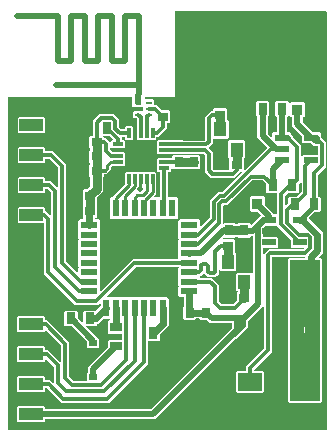
<source format=gbr>
G04 EAGLE Gerber RS-274X export*
G75*
%MOMM*%
%FSLAX34Y34*%
%LPD*%
%INTop Copper*%
%IPPOS*%
%AMOC8*
5,1,8,0,0,1.08239X$1,22.5*%
G01*
%ADD10R,0.550000X0.250000*%
%ADD11R,1.050000X1.820000*%
%ADD12R,0.850000X0.800000*%
%ADD13R,0.800000X0.850000*%
%ADD14R,1.250000X0.600000*%
%ADD15R,0.700000X0.500000*%
%ADD16R,1.050000X0.500000*%
%ADD17R,2.000000X1.020000*%
%ADD18R,0.300000X0.850000*%
%ADD19R,0.850000X0.300000*%
%ADD20R,2.700000X2.700000*%
%ADD21R,0.798700X0.973900*%
%ADD22R,0.973900X0.798700*%
%ADD23R,2.000000X1.500000*%
%ADD24C,0.508000*%
%ADD25C,0.508000*%
%ADD26R,1.100000X1.200000*%
%ADD27R,1.475000X0.600000*%
%ADD28R,0.600000X1.475000*%
%ADD29R,1.150000X0.600000*%
%ADD30R,0.920900X0.970200*%
%ADD31R,0.970200X0.920900*%
%ADD32C,0.304800*%
%ADD33C,0.600000*%
%ADD34C,0.750000*%
%ADD35C,0.127000*%
%ADD36C,0.457200*%
%ADD37C,0.800000*%
%ADD38C,0.406400*%
%ADD39C,0.609600*%
%ADD40C,0.558800*%
%ADD41C,0.762000*%
%ADD42C,0.254000*%
%ADD43C,0.863600*%
%ADD44C,0.502400*%

G36*
X270010Y2163D02*
X270010Y2163D01*
X270018Y2161D01*
X270676Y2247D01*
X270690Y2255D01*
X270708Y2256D01*
X271320Y2510D01*
X271332Y2521D01*
X271349Y2526D01*
X271875Y2930D01*
X271883Y2944D01*
X271898Y2953D01*
X272302Y3479D01*
X272306Y3495D01*
X272318Y3508D01*
X272572Y4120D01*
X272572Y4136D01*
X272581Y4152D01*
X272667Y4810D01*
X272666Y4814D01*
X272666Y4815D01*
X272665Y4818D01*
X272668Y4826D01*
X272668Y355092D01*
X272665Y355100D01*
X272667Y355108D01*
X272581Y355766D01*
X272573Y355780D01*
X272572Y355798D01*
X272318Y356410D01*
X272307Y356422D01*
X272302Y356439D01*
X271898Y356965D01*
X271884Y356973D01*
X271875Y356988D01*
X271349Y357392D01*
X271333Y357396D01*
X271320Y357408D01*
X270883Y357590D01*
X270860Y357589D01*
X270834Y357599D01*
X144272Y357599D01*
X144270Y357598D01*
X144268Y357599D01*
X144225Y357579D01*
X144181Y357561D01*
X144181Y357559D01*
X144179Y357558D01*
X144146Y357473D01*
X144146Y284860D01*
X118872Y284860D01*
X118870Y284859D01*
X118868Y284860D01*
X118825Y284840D01*
X118781Y284822D01*
X118781Y284820D01*
X118779Y284819D01*
X118746Y284734D01*
X118746Y282695D01*
X118747Y282693D01*
X118746Y282691D01*
X118766Y282648D01*
X118784Y282604D01*
X118786Y282604D01*
X118787Y282602D01*
X118872Y282569D01*
X124899Y282569D01*
X125941Y281527D01*
X125941Y277969D01*
X125942Y277967D01*
X125941Y277965D01*
X125961Y277922D01*
X125979Y277878D01*
X125981Y277878D01*
X125982Y277876D01*
X126067Y277843D01*
X128260Y277843D01*
X132317Y273786D01*
X132320Y273784D01*
X132321Y273782D01*
X132406Y273749D01*
X138449Y273749D01*
X139491Y272707D01*
X139491Y263233D01*
X138449Y262191D01*
X136891Y262191D01*
X136889Y262190D01*
X136887Y262191D01*
X136844Y262171D01*
X136800Y262153D01*
X136800Y262151D01*
X136798Y262150D01*
X136765Y262065D01*
X136765Y257682D01*
X129722Y250639D01*
X128213Y250639D01*
X128211Y250638D01*
X128209Y250639D01*
X128166Y250619D01*
X128122Y250601D01*
X128122Y250599D01*
X128120Y250598D01*
X128087Y250513D01*
X128087Y248955D01*
X127045Y247913D01*
X122571Y247913D01*
X122397Y248087D01*
X122395Y248088D01*
X122394Y248090D01*
X122350Y248107D01*
X122306Y248124D01*
X122304Y248123D01*
X122302Y248124D01*
X122219Y248087D01*
X122045Y247913D01*
X117571Y247913D01*
X117397Y248087D01*
X117395Y248088D01*
X117394Y248090D01*
X117350Y248107D01*
X117306Y248124D01*
X117304Y248123D01*
X117302Y248124D01*
X117219Y248087D01*
X117045Y247913D01*
X112571Y247913D01*
X111529Y248955D01*
X111529Y252522D01*
X111528Y252524D01*
X111529Y252526D01*
X111493Y252610D01*
X111489Y252614D01*
X111529Y255929D01*
X111529Y255930D01*
X111529Y255931D01*
X111529Y258929D01*
X111530Y258929D01*
X111531Y258932D01*
X111533Y258933D01*
X111567Y259017D01*
X111653Y266074D01*
X111651Y266078D01*
X111653Y266082D01*
X111616Y266165D01*
X111307Y266474D01*
X111304Y266476D01*
X111303Y266478D01*
X111218Y266511D01*
X109425Y266511D01*
X108383Y267553D01*
X108383Y271527D01*
X109425Y272569D01*
X111218Y272569D01*
X111221Y272570D01*
X111224Y272569D01*
X111307Y272606D01*
X111544Y272843D01*
X114280Y272843D01*
X114517Y272606D01*
X114520Y272604D01*
X114521Y272602D01*
X114606Y272569D01*
X116399Y272569D01*
X117073Y271895D01*
X117075Y271894D01*
X117076Y271892D01*
X117120Y271876D01*
X117164Y271858D01*
X117166Y271859D01*
X117168Y271858D01*
X117251Y271895D01*
X117307Y271951D01*
X117308Y271953D01*
X117310Y271954D01*
X117326Y271998D01*
X117344Y272042D01*
X117343Y272044D01*
X117344Y272046D01*
X117307Y272129D01*
X116883Y272553D01*
X116883Y275590D01*
X116882Y275592D01*
X116883Y275594D01*
X116863Y275637D01*
X116845Y275681D01*
X116843Y275681D01*
X116842Y275683D01*
X116757Y275716D01*
X107060Y275716D01*
X107060Y284734D01*
X107059Y284736D01*
X107060Y284738D01*
X107040Y284781D01*
X107022Y284825D01*
X107020Y284825D01*
X107019Y284827D01*
X106934Y284860D01*
X2540Y284860D01*
X2538Y284859D01*
X2536Y284860D01*
X2493Y284840D01*
X2449Y284822D01*
X2449Y284820D01*
X2447Y284819D01*
X2414Y284734D01*
X2414Y4826D01*
X2417Y4818D01*
X2415Y4810D01*
X2501Y4152D01*
X2509Y4138D01*
X2510Y4120D01*
X2764Y3508D01*
X2775Y3496D01*
X2780Y3479D01*
X3184Y2953D01*
X3188Y2950D01*
X3189Y2950D01*
X3190Y2949D01*
X3198Y2945D01*
X3207Y2930D01*
X3733Y2526D01*
X3749Y2522D01*
X3762Y2510D01*
X4374Y2256D01*
X4390Y2256D01*
X4406Y2247D01*
X5064Y2161D01*
X5071Y2163D01*
X5080Y2160D01*
X270002Y2160D01*
X270010Y2163D01*
G37*
%LPC*%
G36*
X11011Y8945D02*
X11011Y8945D01*
X9969Y9987D01*
X9969Y21661D01*
X11011Y22703D01*
X32485Y22703D01*
X33527Y21661D01*
X33527Y20269D01*
X33528Y20267D01*
X33527Y20265D01*
X33547Y20222D01*
X33565Y20178D01*
X33567Y20178D01*
X33568Y20176D01*
X33653Y20143D01*
X123457Y20143D01*
X123460Y20144D01*
X123463Y20143D01*
X123546Y20180D01*
X192368Y89002D01*
X192370Y89005D01*
X192373Y89006D01*
X192405Y89091D01*
X192405Y92647D01*
X192405Y92649D01*
X192405Y92651D01*
X192385Y92694D01*
X192367Y92738D01*
X192365Y92738D01*
X192364Y92740D01*
X192279Y92773D01*
X173041Y92773D01*
X169884Y95930D01*
X169884Y95931D01*
X169883Y95931D01*
X169881Y95932D01*
X169880Y95934D01*
X169795Y95967D01*
X165189Y95967D01*
X164147Y97009D01*
X164147Y97173D01*
X164146Y97176D01*
X164147Y97180D01*
X164127Y97221D01*
X164109Y97264D01*
X164106Y97265D01*
X164104Y97268D01*
X164018Y97299D01*
X162112Y97259D01*
X162111Y97259D01*
X162067Y97239D01*
X162022Y97219D01*
X162022Y97218D01*
X161989Y97133D01*
X161989Y97009D01*
X160947Y95967D01*
X151473Y95967D01*
X150431Y97009D01*
X150431Y106983D01*
X151308Y107860D01*
X151310Y107863D01*
X151312Y107864D01*
X151345Y107949D01*
X151345Y115177D01*
X151344Y115179D01*
X151345Y115181D01*
X151325Y115224D01*
X151307Y115268D01*
X151305Y115268D01*
X151304Y115270D01*
X151219Y115303D01*
X147806Y115303D01*
X146764Y116345D01*
X146764Y123819D01*
X146938Y123993D01*
X146939Y123995D01*
X146941Y123996D01*
X146958Y124040D01*
X146975Y124084D01*
X146974Y124086D01*
X146975Y124088D01*
X146938Y124171D01*
X146764Y124345D01*
X146764Y131819D01*
X146802Y131857D01*
X146938Y131993D01*
X146939Y131995D01*
X146941Y131996D01*
X146958Y132040D01*
X146975Y132084D01*
X146974Y132086D01*
X146975Y132088D01*
X146938Y132171D01*
X146764Y132345D01*
X146764Y139819D01*
X146938Y139993D01*
X146939Y139995D01*
X146941Y139996D01*
X146958Y140040D01*
X146975Y140084D01*
X146974Y140086D01*
X146975Y140088D01*
X146938Y140171D01*
X146764Y140345D01*
X146764Y140653D01*
X146763Y140655D01*
X146764Y140657D01*
X146744Y140700D01*
X146726Y140744D01*
X146724Y140744D01*
X146723Y140746D01*
X146638Y140779D01*
X110905Y140779D01*
X110902Y140778D01*
X110899Y140779D01*
X110815Y140742D01*
X85144Y115071D01*
X85144Y115070D01*
X85143Y115070D01*
X85125Y115024D01*
X85107Y114980D01*
X85108Y114979D01*
X85107Y114978D01*
X85128Y114934D01*
X85147Y114890D01*
X85148Y114890D01*
X85149Y114889D01*
X85234Y114856D01*
X89275Y114856D01*
X89449Y114682D01*
X89449Y114681D01*
X89451Y114681D01*
X89452Y114679D01*
X89496Y114662D01*
X89540Y114645D01*
X89542Y114646D01*
X89544Y114645D01*
X89627Y114682D01*
X89801Y114856D01*
X97275Y114856D01*
X97449Y114682D01*
X97449Y114681D01*
X97451Y114681D01*
X97452Y114679D01*
X97496Y114662D01*
X97540Y114645D01*
X97542Y114646D01*
X97544Y114645D01*
X97627Y114682D01*
X97801Y114856D01*
X105275Y114856D01*
X105449Y114682D01*
X105449Y114681D01*
X105451Y114681D01*
X105452Y114679D01*
X105496Y114662D01*
X105540Y114645D01*
X105542Y114646D01*
X105544Y114645D01*
X105627Y114682D01*
X105801Y114856D01*
X113275Y114856D01*
X113449Y114682D01*
X113449Y114681D01*
X113451Y114681D01*
X113452Y114679D01*
X113496Y114662D01*
X113540Y114645D01*
X113542Y114646D01*
X113544Y114645D01*
X113627Y114682D01*
X113801Y114856D01*
X121275Y114856D01*
X121449Y114682D01*
X121449Y114681D01*
X121451Y114681D01*
X121452Y114679D01*
X121496Y114662D01*
X121540Y114645D01*
X121542Y114646D01*
X121544Y114645D01*
X121627Y114682D01*
X121801Y114856D01*
X129275Y114856D01*
X129449Y114682D01*
X129449Y114681D01*
X129451Y114681D01*
X129452Y114679D01*
X129496Y114662D01*
X129540Y114645D01*
X129542Y114646D01*
X129544Y114645D01*
X129627Y114682D01*
X129801Y114856D01*
X137275Y114856D01*
X138317Y113814D01*
X138317Y107802D01*
X138318Y107799D01*
X138317Y107795D01*
X138354Y107712D01*
X138365Y107701D01*
X138365Y90669D01*
X131261Y83565D01*
X131260Y83562D01*
X131257Y83561D01*
X131224Y83476D01*
X131224Y78976D01*
X130182Y77934D01*
X121047Y77934D01*
X121045Y77933D01*
X121043Y77934D01*
X121000Y77914D01*
X120956Y77895D01*
X120956Y77893D01*
X120954Y77892D01*
X120921Y77808D01*
X120921Y58680D01*
X87894Y25653D01*
X47888Y25653D01*
X35657Y37884D01*
X35654Y37886D01*
X35653Y37888D01*
X35568Y37921D01*
X33653Y37921D01*
X33651Y37920D01*
X33649Y37921D01*
X33606Y37901D01*
X33562Y37883D01*
X33562Y37881D01*
X33560Y37880D01*
X33527Y37795D01*
X33527Y35387D01*
X32485Y34345D01*
X11011Y34345D01*
X9969Y35387D01*
X9969Y47061D01*
X11011Y48103D01*
X32485Y48103D01*
X33527Y47061D01*
X33527Y44653D01*
X33528Y44651D01*
X33527Y44649D01*
X33547Y44606D01*
X33565Y44562D01*
X33567Y44562D01*
X33568Y44560D01*
X33653Y44527D01*
X38356Y44527D01*
X40328Y42555D01*
X40932Y41951D01*
X40933Y41951D01*
X40933Y41950D01*
X40978Y41932D01*
X41023Y41914D01*
X41024Y41914D01*
X41025Y41914D01*
X41070Y41935D01*
X41113Y41954D01*
X41113Y41955D01*
X41114Y41955D01*
X41147Y42040D01*
X41147Y55984D01*
X41146Y55987D01*
X41147Y55990D01*
X41110Y56073D01*
X33899Y63284D01*
X33896Y63286D01*
X33895Y63288D01*
X33810Y63321D01*
X33653Y63321D01*
X33651Y63320D01*
X33649Y63321D01*
X33606Y63301D01*
X33562Y63283D01*
X33562Y63281D01*
X33560Y63280D01*
X33527Y63195D01*
X33527Y60787D01*
X32485Y59745D01*
X11011Y59745D01*
X9969Y60787D01*
X9969Y72461D01*
X11011Y73503D01*
X32485Y73503D01*
X33527Y72461D01*
X33527Y70053D01*
X33528Y70051D01*
X33527Y70049D01*
X33547Y70006D01*
X33565Y69962D01*
X33567Y69962D01*
X33568Y69960D01*
X33653Y69927D01*
X36598Y69927D01*
X47492Y59033D01*
X47493Y59033D01*
X47493Y59032D01*
X47539Y59014D01*
X47583Y58996D01*
X47584Y58996D01*
X47585Y58996D01*
X47629Y59016D01*
X47673Y59036D01*
X47673Y59037D01*
X47674Y59037D01*
X47707Y59122D01*
X47707Y74042D01*
X47706Y74045D01*
X47707Y74048D01*
X47670Y74131D01*
X33742Y88059D01*
X33741Y88059D01*
X33741Y88060D01*
X33695Y88078D01*
X33651Y88096D01*
X33650Y88096D01*
X33649Y88096D01*
X33605Y88076D01*
X33561Y88056D01*
X33561Y88055D01*
X33560Y88055D01*
X33527Y87970D01*
X33527Y86187D01*
X32485Y85145D01*
X11011Y85145D01*
X9969Y86187D01*
X9969Y97861D01*
X11011Y98903D01*
X32485Y98903D01*
X33527Y97861D01*
X33527Y95453D01*
X33528Y95451D01*
X33527Y95449D01*
X33547Y95406D01*
X33565Y95362D01*
X33567Y95362D01*
X33568Y95360D01*
X33653Y95327D01*
X35816Y95327D01*
X54313Y76830D01*
X54313Y47801D01*
X54314Y47798D01*
X54313Y47795D01*
X54350Y47712D01*
X58082Y43980D01*
X58085Y43978D01*
X58086Y43976D01*
X58171Y43943D01*
X68873Y43943D01*
X68875Y43944D01*
X68877Y43943D01*
X68920Y43963D01*
X68964Y43981D01*
X68964Y43983D01*
X68966Y43984D01*
X68999Y44069D01*
X68999Y50481D01*
X69922Y51404D01*
X69924Y51407D01*
X69926Y51408D01*
X69959Y51493D01*
X69959Y55977D01*
X86787Y72804D01*
X86788Y72807D01*
X86791Y72809D01*
X86824Y72894D01*
X86824Y78112D01*
X87866Y79154D01*
X98617Y79154D01*
X98619Y79155D01*
X98621Y79154D01*
X98664Y79174D01*
X98708Y79193D01*
X98708Y79195D01*
X98710Y79196D01*
X98743Y79280D01*
X98743Y83788D01*
X98742Y83790D01*
X98743Y83792D01*
X98723Y83835D01*
X98705Y83878D01*
X98703Y83879D01*
X98702Y83881D01*
X98617Y83914D01*
X87866Y83914D01*
X86824Y84956D01*
X86824Y94416D01*
X87866Y95458D01*
X88839Y95458D01*
X88841Y95459D01*
X88843Y95458D01*
X88886Y95478D01*
X88930Y95497D01*
X88930Y95499D01*
X88932Y95500D01*
X88965Y95584D01*
X88965Y96422D01*
X88964Y96424D01*
X88965Y96426D01*
X88945Y96469D01*
X88927Y96513D01*
X88925Y96513D01*
X88924Y96515D01*
X88839Y96548D01*
X82903Y96548D01*
X82900Y96547D01*
X82897Y96548D01*
X82814Y96511D01*
X81474Y95171D01*
X78758Y92455D01*
X77804Y92455D01*
X77802Y92454D01*
X77800Y92455D01*
X77757Y92435D01*
X77714Y92417D01*
X77713Y92415D01*
X77711Y92414D01*
X77678Y92329D01*
X77678Y91422D01*
X76636Y90380D01*
X68663Y90380D01*
X68662Y90379D01*
X68661Y90380D01*
X68617Y90360D01*
X68572Y90341D01*
X68572Y90340D01*
X68571Y90340D01*
X68554Y90295D01*
X68536Y90249D01*
X68537Y90248D01*
X68537Y90247D01*
X68573Y90164D01*
X76030Y82708D01*
X78222Y80516D01*
X78225Y80514D01*
X78226Y80512D01*
X78311Y80479D01*
X78515Y80479D01*
X79557Y79437D01*
X79557Y72963D01*
X78515Y71921D01*
X76159Y71921D01*
X76156Y71920D01*
X76153Y71921D01*
X76070Y71884D01*
X76067Y71881D01*
X72489Y71881D01*
X72486Y71884D01*
X72483Y71886D01*
X72482Y71888D01*
X72397Y71921D01*
X70041Y71921D01*
X68999Y72963D01*
X68999Y77471D01*
X68998Y77474D01*
X68999Y77477D01*
X68962Y77560D01*
X56180Y90343D01*
X56177Y90344D01*
X56175Y90347D01*
X56090Y90380D01*
X50872Y90380D01*
X49830Y91422D01*
X49830Y102634D01*
X50872Y103676D01*
X60332Y103676D01*
X61374Y102634D01*
X61374Y97416D01*
X61376Y97413D01*
X61374Y97410D01*
X61411Y97326D01*
X65918Y92819D01*
X65919Y92819D01*
X65920Y92818D01*
X65965Y92800D01*
X66010Y92782D01*
X66011Y92783D01*
X66012Y92782D01*
X66056Y92803D01*
X66100Y92822D01*
X66100Y92823D01*
X66101Y92824D01*
X66134Y92909D01*
X66134Y102634D01*
X67176Y103676D01*
X76636Y103676D01*
X76752Y103561D01*
X76754Y103560D01*
X76754Y103558D01*
X76799Y103542D01*
X76843Y103524D01*
X76845Y103525D01*
X76847Y103524D01*
X76930Y103561D01*
X80722Y107353D01*
X80724Y107356D01*
X80726Y107357D01*
X80759Y107442D01*
X80759Y110381D01*
X80759Y110382D01*
X80759Y110383D01*
X80740Y110427D01*
X80721Y110472D01*
X80720Y110473D01*
X80719Y110474D01*
X80674Y110490D01*
X80629Y110508D01*
X80628Y110507D01*
X80627Y110508D01*
X80544Y110471D01*
X78518Y108445D01*
X59480Y108445D01*
X33273Y134652D01*
X33273Y177927D01*
X33273Y177928D01*
X33273Y177929D01*
X33254Y177973D01*
X33235Y178018D01*
X33234Y178018D01*
X33233Y178019D01*
X33188Y178036D01*
X33143Y178053D01*
X33142Y178053D01*
X33141Y178053D01*
X33058Y178016D01*
X32993Y177951D01*
X11519Y177951D01*
X10477Y178993D01*
X10477Y190667D01*
X11519Y191709D01*
X32993Y191709D01*
X34035Y190667D01*
X34035Y188259D01*
X34036Y188257D01*
X34035Y188255D01*
X34055Y188212D01*
X34073Y188168D01*
X34075Y188168D01*
X34076Y188166D01*
X34161Y188133D01*
X34470Y188133D01*
X37907Y184696D01*
X38646Y183957D01*
X38647Y183957D01*
X38647Y183956D01*
X38692Y183938D01*
X38737Y183920D01*
X38738Y183920D01*
X38739Y183920D01*
X38784Y183941D01*
X38827Y183960D01*
X38827Y183961D01*
X38828Y183961D01*
X38861Y184046D01*
X38861Y203812D01*
X38860Y203815D01*
X38861Y203818D01*
X38824Y203901D01*
X35835Y206890D01*
X35832Y206892D01*
X35831Y206894D01*
X35746Y206927D01*
X34161Y206927D01*
X34159Y206926D01*
X34157Y206927D01*
X34114Y206907D01*
X34070Y206889D01*
X34070Y206887D01*
X34068Y206886D01*
X34035Y206801D01*
X34035Y204393D01*
X32993Y203351D01*
X11519Y203351D01*
X10477Y204393D01*
X10477Y216067D01*
X11519Y217109D01*
X32993Y217109D01*
X34035Y216067D01*
X34035Y213659D01*
X34036Y213657D01*
X34035Y213655D01*
X34055Y213612D01*
X34073Y213568D01*
X34075Y213568D01*
X34076Y213566D01*
X34161Y213533D01*
X38534Y213533D01*
X40506Y211561D01*
X44742Y207325D01*
X44743Y207325D01*
X44743Y207324D01*
X44789Y207306D01*
X44833Y207288D01*
X44834Y207288D01*
X44835Y207288D01*
X44879Y207308D01*
X44923Y207328D01*
X44923Y207329D01*
X44924Y207329D01*
X44957Y207414D01*
X44957Y224894D01*
X44956Y224897D01*
X44957Y224900D01*
X44920Y224983D01*
X37613Y232290D01*
X37610Y232292D01*
X37609Y232294D01*
X37524Y232327D01*
X34161Y232327D01*
X34159Y232326D01*
X34157Y232327D01*
X34114Y232307D01*
X34070Y232289D01*
X34070Y232287D01*
X34068Y232286D01*
X34035Y232201D01*
X34035Y229793D01*
X32993Y228751D01*
X11519Y228751D01*
X10477Y229793D01*
X10477Y241467D01*
X11519Y242509D01*
X32993Y242509D01*
X34035Y241467D01*
X34035Y239059D01*
X34036Y239057D01*
X34035Y239055D01*
X34055Y239012D01*
X34073Y238968D01*
X34075Y238968D01*
X34076Y238966D01*
X34161Y238933D01*
X40312Y238933D01*
X51563Y227682D01*
X51563Y145566D01*
X51564Y145563D01*
X51563Y145560D01*
X51600Y145477D01*
X61789Y135288D01*
X61790Y135287D01*
X61790Y135286D01*
X61836Y135269D01*
X61880Y135251D01*
X61881Y135251D01*
X61882Y135251D01*
X61926Y135271D01*
X61970Y135291D01*
X61970Y135292D01*
X61971Y135292D01*
X62004Y135377D01*
X62004Y139819D01*
X62178Y139993D01*
X62179Y139995D01*
X62181Y139996D01*
X62197Y140040D01*
X62215Y140084D01*
X62214Y140086D01*
X62215Y140088D01*
X62178Y140171D01*
X62004Y140345D01*
X62004Y147819D01*
X62178Y147993D01*
X62179Y147995D01*
X62181Y147996D01*
X62197Y148040D01*
X62215Y148084D01*
X62214Y148086D01*
X62215Y148088D01*
X62178Y148171D01*
X62004Y148345D01*
X62004Y155819D01*
X62178Y155993D01*
X62179Y155995D01*
X62181Y155996D01*
X62197Y156040D01*
X62215Y156084D01*
X62214Y156086D01*
X62215Y156088D01*
X62178Y156171D01*
X62004Y156345D01*
X62004Y163819D01*
X62178Y163993D01*
X62179Y163995D01*
X62181Y163996D01*
X62197Y164040D01*
X62215Y164084D01*
X62214Y164086D01*
X62215Y164088D01*
X62178Y164171D01*
X62004Y164345D01*
X62004Y171819D01*
X62178Y171993D01*
X62179Y171995D01*
X62181Y171996D01*
X62197Y172040D01*
X62215Y172084D01*
X62214Y172086D01*
X62215Y172088D01*
X62178Y172171D01*
X62004Y172345D01*
X62004Y179819D01*
X63046Y180861D01*
X66205Y180861D01*
X66207Y180862D01*
X66209Y180861D01*
X66252Y180881D01*
X66296Y180899D01*
X66296Y180901D01*
X66298Y180902D01*
X66331Y180987D01*
X66331Y182581D01*
X66330Y182584D01*
X66331Y182587D01*
X66294Y182670D01*
X65741Y183223D01*
X65741Y192697D01*
X66144Y193100D01*
X66146Y193103D01*
X66148Y193104D01*
X66181Y193189D01*
X66181Y195431D01*
X66180Y195434D01*
X66181Y195437D01*
X66144Y195520D01*
X65741Y195923D01*
X65741Y205397D01*
X66783Y206439D01*
X69085Y206439D01*
X69088Y206440D01*
X69091Y206439D01*
X69174Y206476D01*
X71732Y209034D01*
X71734Y209037D01*
X71736Y209038D01*
X71769Y209123D01*
X71769Y217021D01*
X71768Y217024D01*
X71769Y217027D01*
X71732Y217110D01*
X71329Y217513D01*
X71329Y226987D01*
X71732Y227390D01*
X71734Y227393D01*
X71736Y227394D01*
X71769Y227479D01*
X71769Y228959D01*
X71768Y228962D01*
X71769Y228965D01*
X71732Y229048D01*
X71329Y229451D01*
X71329Y238925D01*
X71732Y239328D01*
X71734Y239331D01*
X71736Y239332D01*
X71769Y239417D01*
X71769Y240897D01*
X71768Y240900D01*
X71769Y240903D01*
X71732Y240986D01*
X71329Y241389D01*
X71329Y250863D01*
X72371Y251905D01*
X73929Y251905D01*
X73931Y251906D01*
X73933Y251905D01*
X73976Y251925D01*
X74020Y251943D01*
X74020Y251945D01*
X74022Y251946D01*
X74055Y252031D01*
X74055Y264146D01*
X79854Y269945D01*
X92206Y269945D01*
X96681Y265470D01*
X96681Y259172D01*
X96682Y259169D01*
X96681Y259166D01*
X96718Y259083D01*
X98519Y257282D01*
X98522Y257280D01*
X98523Y257278D01*
X98608Y257245D01*
X101403Y257245D01*
X101405Y257246D01*
X101407Y257245D01*
X101450Y257265D01*
X101494Y257283D01*
X101494Y257285D01*
X101496Y257286D01*
X101529Y257371D01*
X101529Y258929D01*
X102571Y259971D01*
X107045Y259971D01*
X108087Y258929D01*
X108087Y255386D01*
X108088Y255383D01*
X108087Y255380D01*
X108111Y255326D01*
X108111Y252560D01*
X108087Y252498D01*
X108087Y248955D01*
X107045Y247913D01*
X102571Y247913D01*
X101529Y248955D01*
X101529Y250513D01*
X101528Y250515D01*
X101529Y250517D01*
X101509Y250560D01*
X101491Y250604D01*
X101489Y250604D01*
X101488Y250606D01*
X101403Y250639D01*
X98737Y250639D01*
X98735Y250638D01*
X98733Y250639D01*
X98690Y250619D01*
X98646Y250601D01*
X98646Y250599D01*
X98644Y250598D01*
X98611Y250513D01*
X98611Y247847D01*
X98612Y247845D01*
X98611Y247843D01*
X98631Y247800D01*
X98649Y247756D01*
X98651Y247756D01*
X98652Y247754D01*
X98737Y247721D01*
X100295Y247721D01*
X101337Y246679D01*
X101337Y242205D01*
X100295Y241163D01*
X96752Y241163D01*
X96749Y241162D01*
X96746Y241163D01*
X96692Y241139D01*
X93926Y241139D01*
X93864Y241163D01*
X90321Y241163D01*
X89279Y242205D01*
X89279Y246679D01*
X90321Y247721D01*
X91752Y247721D01*
X91753Y247721D01*
X91754Y247721D01*
X91798Y247740D01*
X91842Y247759D01*
X91843Y247760D01*
X91844Y247761D01*
X91860Y247806D01*
X91878Y247851D01*
X91877Y247852D01*
X91878Y247853D01*
X91841Y247936D01*
X88144Y251633D01*
X88141Y251634D01*
X88140Y251637D01*
X88055Y251670D01*
X82885Y251670D01*
X82883Y251669D01*
X82882Y251670D01*
X82839Y251650D01*
X82794Y251631D01*
X82793Y251630D01*
X82792Y251630D01*
X82776Y251585D01*
X82758Y251539D01*
X82759Y251538D01*
X82758Y251537D01*
X82795Y251454D01*
X83387Y250863D01*
X83387Y249555D01*
X83388Y249553D01*
X83387Y249551D01*
X83407Y249508D01*
X83425Y249464D01*
X83427Y249464D01*
X83428Y249462D01*
X83513Y249429D01*
X85442Y249429D01*
X88647Y246224D01*
X88647Y240180D01*
X88648Y240177D01*
X88647Y240174D01*
X88684Y240091D01*
X90993Y237782D01*
X90996Y237780D01*
X90997Y237778D01*
X91082Y237745D01*
X96690Y237745D01*
X96752Y237721D01*
X100295Y237721D01*
X101337Y236679D01*
X101337Y232205D01*
X101280Y232149D01*
X101163Y232031D01*
X101162Y232029D01*
X101160Y232028D01*
X101143Y231984D01*
X101126Y231940D01*
X101127Y231938D01*
X101126Y231936D01*
X101163Y231853D01*
X101337Y231679D01*
X101337Y227205D01*
X100295Y226163D01*
X90319Y226163D01*
X90316Y226162D01*
X90313Y226163D01*
X90230Y226126D01*
X89700Y225596D01*
X89698Y225593D01*
X89696Y225592D01*
X89663Y225507D01*
X89663Y223273D01*
X87668Y221278D01*
X87666Y221275D01*
X87664Y221274D01*
X87631Y221189D01*
X87631Y220882D01*
X85696Y218947D01*
X83513Y218947D01*
X83511Y218946D01*
X83509Y218947D01*
X83466Y218927D01*
X83422Y218909D01*
X83422Y218907D01*
X83420Y218906D01*
X83387Y218821D01*
X83387Y217513D01*
X82984Y217110D01*
X82982Y217107D01*
X82980Y217106D01*
X82947Y217021D01*
X82947Y204441D01*
X79636Y201130D01*
X77836Y199330D01*
X77834Y199327D01*
X77832Y199326D01*
X77799Y199241D01*
X77799Y195923D01*
X77396Y195520D01*
X77394Y195517D01*
X77392Y195516D01*
X77359Y195431D01*
X77359Y193189D01*
X77360Y193186D01*
X77359Y193183D01*
X77396Y193100D01*
X77799Y192697D01*
X77799Y183223D01*
X76757Y182181D01*
X76111Y182181D01*
X76109Y182180D01*
X76107Y182181D01*
X76064Y182161D01*
X76020Y182143D01*
X76020Y182141D01*
X76018Y182140D01*
X75985Y182055D01*
X75985Y180987D01*
X75986Y180985D01*
X75985Y180983D01*
X76005Y180940D01*
X76023Y180896D01*
X76025Y180896D01*
X76026Y180894D01*
X76111Y180861D01*
X79270Y180861D01*
X80312Y179819D01*
X80312Y172345D01*
X80273Y172306D01*
X80138Y172171D01*
X80137Y172169D01*
X80135Y172168D01*
X80118Y172124D01*
X80101Y172080D01*
X80102Y172078D01*
X80101Y172076D01*
X80138Y171993D01*
X80312Y171819D01*
X80312Y164345D01*
X80138Y164171D01*
X80137Y164169D01*
X80135Y164168D01*
X80118Y164124D01*
X80101Y164080D01*
X80102Y164078D01*
X80101Y164076D01*
X80138Y163993D01*
X80312Y163819D01*
X80312Y156345D01*
X80138Y156171D01*
X80137Y156169D01*
X80135Y156168D01*
X80118Y156124D01*
X80101Y156080D01*
X80102Y156078D01*
X80101Y156076D01*
X80138Y155993D01*
X80312Y155819D01*
X80312Y148345D01*
X80285Y148319D01*
X80138Y148171D01*
X80137Y148169D01*
X80135Y148168D01*
X80118Y148124D01*
X80101Y148080D01*
X80102Y148078D01*
X80101Y148076D01*
X80138Y147993D01*
X80312Y147819D01*
X80312Y140345D01*
X80138Y140171D01*
X80137Y140169D01*
X80135Y140168D01*
X80118Y140124D01*
X80101Y140080D01*
X80102Y140078D01*
X80101Y140076D01*
X80138Y139993D01*
X80312Y139819D01*
X80312Y132345D01*
X80252Y132285D01*
X80138Y132171D01*
X80137Y132169D01*
X80135Y132168D01*
X80118Y132124D01*
X80101Y132080D01*
X80102Y132078D01*
X80101Y132076D01*
X80138Y131993D01*
X80312Y131819D01*
X80312Y124345D01*
X80298Y124331D01*
X80138Y124171D01*
X80137Y124169D01*
X80135Y124168D01*
X80118Y124124D01*
X80101Y124080D01*
X80102Y124078D01*
X80101Y124076D01*
X80138Y123993D01*
X80312Y123819D01*
X80312Y119885D01*
X80312Y119884D01*
X80312Y119883D01*
X80331Y119839D01*
X80350Y119794D01*
X80351Y119794D01*
X80352Y119793D01*
X80397Y119776D01*
X80442Y119759D01*
X80443Y119759D01*
X80444Y119759D01*
X80527Y119796D01*
X108116Y147385D01*
X146638Y147385D01*
X146640Y147386D01*
X146642Y147385D01*
X146685Y147405D01*
X146729Y147423D01*
X146729Y147425D01*
X146731Y147426D01*
X146764Y147511D01*
X146764Y147819D01*
X146938Y147993D01*
X146939Y147995D01*
X146941Y147996D01*
X146958Y148040D01*
X146975Y148084D01*
X146974Y148086D01*
X146975Y148088D01*
X146938Y148171D01*
X146764Y148345D01*
X146764Y155819D01*
X146790Y155844D01*
X146938Y155993D01*
X146939Y155995D01*
X146941Y155996D01*
X146958Y156040D01*
X146975Y156084D01*
X146974Y156086D01*
X146975Y156088D01*
X146938Y156171D01*
X146764Y156345D01*
X146764Y163819D01*
X146938Y163993D01*
X146939Y163995D01*
X146941Y163996D01*
X146958Y164040D01*
X146975Y164084D01*
X146974Y164086D01*
X146975Y164088D01*
X146938Y164171D01*
X146764Y164345D01*
X146764Y171819D01*
X146824Y171878D01*
X146938Y171993D01*
X146939Y171995D01*
X146941Y171996D01*
X146958Y172040D01*
X146975Y172084D01*
X146974Y172086D01*
X146975Y172088D01*
X146938Y172171D01*
X146764Y172345D01*
X146764Y179819D01*
X147806Y180861D01*
X164030Y180861D01*
X165072Y179819D01*
X165072Y174873D01*
X165072Y174872D01*
X165072Y174871D01*
X165091Y174827D01*
X165110Y174783D01*
X165111Y174782D01*
X165112Y174781D01*
X165157Y174765D01*
X165202Y174747D01*
X165203Y174748D01*
X165204Y174747D01*
X165287Y174784D01*
X173444Y182941D01*
X173446Y182944D01*
X173448Y182945D01*
X173481Y183030D01*
X173481Y196959D01*
X180485Y203963D01*
X183918Y203963D01*
X183921Y203964D01*
X183924Y203963D01*
X184008Y204000D01*
X201090Y221082D01*
X201090Y221083D01*
X201091Y221083D01*
X201109Y221129D01*
X201127Y221173D01*
X201126Y221174D01*
X201126Y221175D01*
X201106Y221219D01*
X201087Y221263D01*
X201086Y221263D01*
X201085Y221264D01*
X201000Y221297D01*
X199350Y221297D01*
X199347Y221296D01*
X199344Y221297D01*
X199261Y221260D01*
X194154Y216153D01*
X174146Y216153D01*
X169163Y221136D01*
X169163Y235054D01*
X169162Y235057D01*
X169163Y235060D01*
X169126Y235143D01*
X168167Y236102D01*
X168164Y236104D01*
X168163Y236106D01*
X168078Y236139D01*
X132926Y236139D01*
X132864Y236163D01*
X129321Y236163D01*
X128279Y237205D01*
X128279Y241679D01*
X128295Y241694D01*
X128453Y241853D01*
X128454Y241855D01*
X128456Y241856D01*
X128473Y241900D01*
X128490Y241944D01*
X128489Y241946D01*
X128490Y241948D01*
X128453Y242031D01*
X128279Y242205D01*
X128279Y246679D01*
X129321Y247721D01*
X132869Y247721D01*
X132872Y247722D01*
X132875Y247721D01*
X132937Y247748D01*
X169015Y247652D01*
X169018Y247653D01*
X169021Y247652D01*
X169104Y247689D01*
X169380Y247965D01*
X169382Y247968D01*
X169384Y247969D01*
X169417Y248054D01*
X169417Y267814D01*
X174146Y272543D01*
X175821Y272543D01*
X175823Y272544D01*
X175825Y272543D01*
X175868Y272563D01*
X175912Y272581D01*
X175912Y272583D01*
X175914Y272584D01*
X175947Y272669D01*
X175947Y273977D01*
X176989Y275019D01*
X186963Y275019D01*
X188005Y273977D01*
X188005Y264966D01*
X188006Y264964D01*
X188005Y264962D01*
X188025Y264919D01*
X188043Y264875D01*
X188045Y264875D01*
X188046Y264873D01*
X188131Y264840D01*
X188257Y264840D01*
X189299Y263798D01*
X189299Y250324D01*
X188257Y249282D01*
X176149Y249282D01*
X176147Y249281D01*
X176145Y249282D01*
X176102Y249262D01*
X176058Y249244D01*
X176058Y249242D01*
X176056Y249241D01*
X176023Y249156D01*
X176023Y245266D01*
X173767Y243011D01*
X173766Y243008D01*
X173763Y243006D01*
X173760Y242998D01*
X173515Y242754D01*
X173007Y242249D01*
X172764Y242007D01*
X172273Y241516D01*
X172272Y241514D01*
X172270Y241513D01*
X172254Y241469D01*
X172236Y241425D01*
X172237Y241423D01*
X172236Y241421D01*
X172273Y241338D01*
X175769Y237842D01*
X175769Y223924D01*
X175770Y223921D01*
X175769Y223918D01*
X175806Y223835D01*
X176845Y222796D01*
X176848Y222794D01*
X176849Y222792D01*
X176934Y222759D01*
X189821Y222759D01*
X189823Y222760D01*
X189825Y222759D01*
X189868Y222779D01*
X189912Y222797D01*
X189912Y222799D01*
X189914Y222800D01*
X189947Y222885D01*
X189947Y231813D01*
X190201Y232067D01*
X190202Y232068D01*
X190203Y232068D01*
X190220Y232113D01*
X190238Y232158D01*
X190238Y232159D01*
X190238Y232160D01*
X190217Y232205D01*
X190198Y232248D01*
X190197Y232248D01*
X190197Y232249D01*
X190112Y232282D01*
X189783Y232282D01*
X188741Y233324D01*
X188741Y246798D01*
X189783Y247840D01*
X202257Y247840D01*
X203299Y246798D01*
X203299Y233324D01*
X202257Y232282D01*
X201840Y232282D01*
X201839Y232282D01*
X201838Y232282D01*
X201794Y232263D01*
X201749Y232244D01*
X201749Y232243D01*
X201748Y232242D01*
X201731Y232197D01*
X201714Y232152D01*
X201714Y232151D01*
X201714Y232150D01*
X201751Y232067D01*
X202005Y231813D01*
X202005Y222302D01*
X202005Y222301D01*
X202005Y222300D01*
X202024Y222256D01*
X202043Y222211D01*
X202044Y222211D01*
X202045Y222210D01*
X202090Y222193D01*
X202135Y222176D01*
X202136Y222176D01*
X202137Y222176D01*
X202220Y222212D01*
X221654Y241646D01*
X221655Y241648D01*
X221657Y241649D01*
X221673Y241693D01*
X221691Y241737D01*
X221690Y241739D01*
X221691Y241741D01*
X221654Y241825D01*
X213589Y249889D01*
X213589Y267800D01*
X213588Y267802D01*
X213589Y267804D01*
X213569Y267847D01*
X213551Y267890D01*
X213549Y267891D01*
X213548Y267893D01*
X213463Y267926D01*
X213178Y267926D01*
X212136Y268968D01*
X212136Y280180D01*
X213178Y281222D01*
X222638Y281222D01*
X223680Y280180D01*
X223680Y268968D01*
X222638Y267926D01*
X222353Y267926D01*
X222351Y267925D01*
X222349Y267926D01*
X222306Y267906D01*
X222262Y267887D01*
X222262Y267885D01*
X222260Y267884D01*
X222227Y267800D01*
X222227Y253519D01*
X222228Y253516D01*
X222227Y253513D01*
X222264Y253430D01*
X226034Y249660D01*
X226035Y249659D01*
X226035Y249658D01*
X226081Y249641D01*
X226125Y249623D01*
X226126Y249623D01*
X226127Y249623D01*
X226171Y249643D01*
X226215Y249663D01*
X226215Y249664D01*
X226216Y249664D01*
X226249Y249749D01*
X226249Y253683D01*
X227291Y254725D01*
X229833Y254725D01*
X229835Y254726D01*
X229837Y254725D01*
X229880Y254745D01*
X229924Y254763D01*
X229924Y254765D01*
X229926Y254766D01*
X229959Y254851D01*
X229959Y267800D01*
X229958Y267802D01*
X229959Y267804D01*
X229939Y267847D01*
X229921Y267890D01*
X229919Y267891D01*
X229918Y267893D01*
X229833Y267926D01*
X229482Y267926D01*
X228440Y268968D01*
X228440Y280180D01*
X229482Y281222D01*
X238942Y281222D01*
X239984Y280180D01*
X239984Y268968D01*
X238942Y267926D01*
X238723Y267926D01*
X238721Y267925D01*
X238719Y267926D01*
X238676Y267906D01*
X238632Y267887D01*
X238632Y267885D01*
X238630Y267884D01*
X238597Y267800D01*
X238597Y254851D01*
X238598Y254849D01*
X238597Y254847D01*
X238617Y254804D01*
X238635Y254760D01*
X238637Y254760D01*
X238638Y254758D01*
X238723Y254725D01*
X241265Y254725D01*
X242307Y253683D01*
X242307Y253215D01*
X242308Y253212D01*
X242307Y253209D01*
X242344Y253126D01*
X243735Y251735D01*
X243735Y250350D01*
X243736Y250347D01*
X243735Y250344D01*
X243772Y250261D01*
X248209Y245824D01*
X250181Y243852D01*
X250181Y212808D01*
X248657Y211284D01*
X248656Y211281D01*
X248653Y211280D01*
X248620Y211195D01*
X248620Y204452D01*
X247578Y203410D01*
X239513Y203410D01*
X239510Y203408D01*
X239507Y203410D01*
X239424Y203373D01*
X237158Y201107D01*
X237156Y201104D01*
X237154Y201103D01*
X237121Y201018D01*
X237121Y192174D01*
X237121Y192173D01*
X237121Y192172D01*
X237140Y192128D01*
X237159Y192083D01*
X237160Y192083D01*
X237161Y192082D01*
X237206Y192065D01*
X237251Y192048D01*
X237252Y192048D01*
X237253Y192048D01*
X237336Y192085D01*
X239277Y194025D01*
X239278Y194028D01*
X239281Y194030D01*
X239314Y194115D01*
X239314Y199154D01*
X240356Y200196D01*
X247011Y200196D01*
X247014Y200198D01*
X247017Y200196D01*
X247100Y200233D01*
X250904Y204037D01*
X250906Y204040D01*
X250908Y204041D01*
X250941Y204126D01*
X250941Y227280D01*
X251212Y227551D01*
X251214Y227554D01*
X251216Y227555D01*
X251249Y227640D01*
X251249Y234683D01*
X252291Y235725D01*
X264893Y235725D01*
X264895Y235726D01*
X264897Y235725D01*
X264940Y235745D01*
X264984Y235763D01*
X264984Y235765D01*
X264986Y235766D01*
X265019Y235851D01*
X265019Y242811D01*
X265018Y242813D01*
X265019Y242815D01*
X264999Y242858D01*
X264981Y242902D01*
X264979Y242902D01*
X264978Y242904D01*
X264893Y242937D01*
X261616Y242937D01*
X259423Y245130D01*
X259420Y245132D01*
X259419Y245134D01*
X259334Y245167D01*
X252291Y245167D01*
X251249Y246209D01*
X251249Y251815D01*
X251248Y251818D01*
X251249Y251821D01*
X251212Y251904D01*
X243205Y259911D01*
X243205Y267056D01*
X243204Y267058D01*
X243205Y267060D01*
X243185Y267103D01*
X243167Y267147D01*
X243165Y267147D01*
X243164Y267149D01*
X243079Y267182D01*
X242183Y267182D01*
X241141Y268224D01*
X241141Y279400D01*
X242183Y280442D01*
X252865Y280442D01*
X253907Y279400D01*
X253907Y268224D01*
X252865Y267182D01*
X251969Y267182D01*
X251967Y267181D01*
X251965Y267182D01*
X251922Y267162D01*
X251878Y267144D01*
X251878Y267142D01*
X251876Y267141D01*
X251843Y267056D01*
X251843Y263541D01*
X251844Y263538D01*
X251843Y263535D01*
X251880Y263452D01*
X260570Y254762D01*
X260573Y254760D01*
X260574Y254758D01*
X260659Y254725D01*
X266265Y254725D01*
X267307Y253683D01*
X267307Y251779D01*
X267308Y251776D01*
X267307Y251772D01*
X267344Y251689D01*
X267508Y251524D01*
X267508Y249669D01*
X267509Y249667D01*
X267509Y249665D01*
X267528Y249622D01*
X267547Y249578D01*
X267549Y249578D01*
X267550Y249576D01*
X267635Y249543D01*
X268053Y249543D01*
X271625Y245971D01*
X271625Y225421D01*
X264730Y218526D01*
X264728Y218523D01*
X264726Y218521D01*
X264693Y218436D01*
X264693Y200322D01*
X264694Y200320D01*
X264693Y200318D01*
X264713Y200275D01*
X264731Y200232D01*
X264733Y200231D01*
X264734Y200229D01*
X264819Y200196D01*
X266120Y200196D01*
X267162Y199154D01*
X267162Y187942D01*
X266120Y186900D01*
X261627Y186900D01*
X261624Y186898D01*
X261621Y186900D01*
X261538Y186863D01*
X257294Y182619D01*
X257292Y182615D01*
X257290Y182614D01*
X257257Y182529D01*
X257257Y182009D01*
X257258Y182006D01*
X257257Y182003D01*
X257294Y181920D01*
X269195Y170018D01*
X269195Y152612D01*
X266330Y149747D01*
X264754Y148171D01*
X264754Y148170D01*
X264753Y148170D01*
X264735Y148124D01*
X264718Y148080D01*
X264718Y148079D01*
X264718Y148078D01*
X264738Y148034D01*
X264757Y147990D01*
X264758Y147990D01*
X264759Y147989D01*
X264844Y147956D01*
X267341Y147956D01*
X268606Y146691D01*
X268606Y26791D01*
X267341Y25526D01*
X240659Y25526D01*
X239394Y26791D01*
X239394Y146691D01*
X240659Y147956D01*
X253676Y147956D01*
X253678Y147957D01*
X253680Y147956D01*
X253723Y147976D01*
X253767Y147994D01*
X253767Y147996D01*
X253769Y147997D01*
X253802Y148082D01*
X253802Y148917D01*
X253801Y148919D01*
X253802Y148921D01*
X253782Y148964D01*
X253764Y149008D01*
X253762Y149008D01*
X253761Y149010D01*
X253676Y149043D01*
X225987Y149043D01*
X225985Y149042D01*
X225983Y149043D01*
X225940Y149023D01*
X225896Y149005D01*
X225896Y149003D01*
X225894Y149002D01*
X225861Y148917D01*
X225861Y68684D01*
X210964Y53787D01*
X210962Y53784D01*
X210960Y53783D01*
X210927Y53698D01*
X210927Y52839D01*
X210928Y52837D01*
X210927Y52835D01*
X210947Y52792D01*
X210965Y52748D01*
X210967Y52748D01*
X210968Y52746D01*
X211053Y52713D01*
X218361Y52713D01*
X219403Y51671D01*
X219403Y35197D01*
X218361Y34155D01*
X196887Y34155D01*
X195845Y35197D01*
X195845Y51671D01*
X196887Y52713D01*
X204195Y52713D01*
X204197Y52714D01*
X204199Y52713D01*
X204242Y52733D01*
X204286Y52751D01*
X204286Y52753D01*
X204288Y52754D01*
X204321Y52839D01*
X204321Y56486D01*
X219218Y71383D01*
X219219Y71386D01*
X219220Y71386D01*
X219222Y71387D01*
X219255Y71472D01*
X219255Y151860D01*
X223044Y155649D01*
X252421Y155649D01*
X252424Y155650D01*
X252427Y155649D01*
X252510Y155686D01*
X253272Y156448D01*
X253273Y156449D01*
X253274Y156449D01*
X253291Y156494D01*
X253309Y156539D01*
X253309Y156540D01*
X253309Y156541D01*
X253289Y156586D01*
X253269Y156629D01*
X253268Y156629D01*
X253268Y156630D01*
X253183Y156663D01*
X243241Y156663D01*
X242199Y157705D01*
X242199Y163678D01*
X242198Y163681D01*
X242199Y163684D01*
X242162Y163767D01*
X230515Y175414D01*
X230515Y175659D01*
X230515Y175660D01*
X230515Y175661D01*
X230496Y175705D01*
X230477Y175750D01*
X230476Y175750D01*
X230475Y175751D01*
X230430Y175768D01*
X230385Y175785D01*
X230384Y175785D01*
X230383Y175785D01*
X230300Y175748D01*
X230215Y175663D01*
X220471Y175663D01*
X220468Y175662D01*
X220465Y175663D01*
X220382Y175626D01*
X218478Y173722D01*
X218476Y173719D01*
X218474Y173718D01*
X218441Y173633D01*
X218441Y166347D01*
X218442Y166345D01*
X218441Y166343D01*
X218461Y166300D01*
X218479Y166256D01*
X218481Y166256D01*
X218482Y166254D01*
X218567Y166221D01*
X230215Y166221D01*
X231257Y165179D01*
X231257Y157705D01*
X230215Y156663D01*
X218567Y156663D01*
X218565Y156662D01*
X218563Y156663D01*
X218520Y156643D01*
X218476Y156625D01*
X218476Y156623D01*
X218474Y156622D01*
X218441Y156537D01*
X218441Y107367D01*
X215874Y104800D01*
X205905Y94831D01*
X205903Y94828D01*
X205901Y94827D01*
X205868Y94742D01*
X205868Y90143D01*
X195607Y79882D01*
X195516Y79882D01*
X195513Y79881D01*
X195510Y79882D01*
X195427Y79845D01*
X127087Y11505D01*
X33653Y11505D01*
X33651Y11504D01*
X33649Y11505D01*
X33606Y11485D01*
X33562Y11467D01*
X33562Y11465D01*
X33560Y11464D01*
X33527Y11379D01*
X33527Y9987D01*
X32485Y8945D01*
X11011Y8945D01*
G37*
%LPD*%
G36*
X266496Y27317D02*
X266496Y27317D01*
X266547Y27319D01*
X266579Y27337D01*
X266615Y27345D01*
X266654Y27378D01*
X266699Y27402D01*
X266720Y27432D01*
X266748Y27455D01*
X266769Y27502D01*
X266799Y27544D01*
X266807Y27586D01*
X266819Y27614D01*
X266818Y27644D01*
X266826Y27686D01*
X266826Y145796D01*
X266815Y145846D01*
X266813Y145897D01*
X266795Y145929D01*
X266787Y145965D01*
X266754Y146004D01*
X266730Y146049D01*
X266700Y146070D01*
X266677Y146098D01*
X266630Y146119D01*
X266588Y146149D01*
X266546Y146157D01*
X266518Y146169D01*
X266488Y146168D01*
X266446Y146176D01*
X241554Y146176D01*
X241504Y146165D01*
X241453Y146163D01*
X241421Y146145D01*
X241385Y146137D01*
X241346Y146104D01*
X241301Y146080D01*
X241280Y146050D01*
X241252Y146027D01*
X241231Y145980D01*
X241201Y145938D01*
X241193Y145896D01*
X241181Y145868D01*
X241182Y145838D01*
X241174Y145796D01*
X241174Y27686D01*
X241185Y27636D01*
X241187Y27585D01*
X241205Y27553D01*
X241213Y27517D01*
X241246Y27478D01*
X241270Y27433D01*
X241300Y27412D01*
X241323Y27384D01*
X241370Y27363D01*
X241412Y27333D01*
X241454Y27325D01*
X241482Y27313D01*
X241512Y27314D01*
X241554Y27306D01*
X266446Y27306D01*
X266496Y27317D01*
G37*
%LPC*%
G36*
X89801Y181308D02*
X89801Y181308D01*
X88759Y182350D01*
X88759Y198574D01*
X89801Y199616D01*
X90363Y199616D01*
X90365Y199617D01*
X90367Y199616D01*
X90410Y199636D01*
X90454Y199654D01*
X90454Y199656D01*
X90456Y199657D01*
X90489Y199742D01*
X90489Y200211D01*
X101492Y211214D01*
X101494Y211217D01*
X101496Y211218D01*
X101529Y211303D01*
X101529Y219929D01*
X102571Y220971D01*
X107045Y220971D01*
X107219Y220797D01*
X107221Y220796D01*
X107222Y220794D01*
X107266Y220777D01*
X107310Y220760D01*
X107312Y220761D01*
X107314Y220760D01*
X107397Y220797D01*
X107571Y220971D01*
X112045Y220971D01*
X112219Y220797D01*
X112221Y220796D01*
X112222Y220794D01*
X112266Y220777D01*
X112310Y220760D01*
X112312Y220761D01*
X112314Y220760D01*
X112397Y220797D01*
X112571Y220971D01*
X117045Y220971D01*
X117219Y220797D01*
X117221Y220796D01*
X117222Y220794D01*
X117266Y220777D01*
X117310Y220760D01*
X117312Y220761D01*
X117314Y220760D01*
X117397Y220797D01*
X117571Y220971D01*
X122045Y220971D01*
X122219Y220797D01*
X122221Y220796D01*
X122222Y220794D01*
X122266Y220777D01*
X122310Y220760D01*
X122312Y220761D01*
X122314Y220760D01*
X122397Y220797D01*
X122571Y220971D01*
X127045Y220971D01*
X128087Y219929D01*
X128087Y209955D01*
X128054Y209922D01*
X128052Y209919D01*
X128050Y209918D01*
X128017Y209833D01*
X128017Y202596D01*
X125252Y199831D01*
X125251Y199830D01*
X125250Y199830D01*
X125233Y199784D01*
X125215Y199740D01*
X125215Y199739D01*
X125215Y199738D01*
X125235Y199694D01*
X125255Y199650D01*
X125256Y199650D01*
X125256Y199649D01*
X125341Y199616D01*
X129275Y199616D01*
X129449Y199442D01*
X129451Y199441D01*
X129452Y199439D01*
X129496Y199423D01*
X129540Y199405D01*
X129542Y199406D01*
X129544Y199405D01*
X129627Y199442D01*
X129801Y199616D01*
X130879Y199616D01*
X130881Y199617D01*
X130883Y199616D01*
X130926Y199636D01*
X130970Y199654D01*
X130970Y199656D01*
X130972Y199657D01*
X131005Y199742D01*
X131005Y221037D01*
X131004Y221039D01*
X131005Y221041D01*
X130986Y221084D01*
X130967Y221128D01*
X130965Y221128D01*
X130964Y221130D01*
X130879Y221163D01*
X129321Y221163D01*
X128279Y222205D01*
X128279Y226679D01*
X128453Y226853D01*
X128454Y226855D01*
X128456Y226856D01*
X128473Y226900D01*
X128490Y226944D01*
X128489Y226946D01*
X128490Y226948D01*
X128453Y227031D01*
X128279Y227205D01*
X128279Y231679D01*
X129321Y232721D01*
X132864Y232721D01*
X132867Y232722D01*
X132870Y232721D01*
X132953Y232758D01*
X133002Y232807D01*
X141161Y232807D01*
X141163Y232808D01*
X141165Y232807D01*
X141208Y232827D01*
X141252Y232845D01*
X141252Y232847D01*
X141254Y232848D01*
X141287Y232933D01*
X141287Y234491D01*
X142329Y235533D01*
X151803Y235533D01*
X152206Y235130D01*
X152209Y235128D01*
X152210Y235126D01*
X152295Y235093D01*
X154283Y235093D01*
X154286Y235094D01*
X154289Y235093D01*
X154372Y235130D01*
X154775Y235533D01*
X164249Y235533D01*
X165291Y234491D01*
X165291Y224517D01*
X164249Y223475D01*
X154775Y223475D01*
X154372Y223878D01*
X154369Y223880D01*
X154368Y223882D01*
X154283Y223915D01*
X152295Y223915D01*
X152292Y223914D01*
X152289Y223915D01*
X152206Y223878D01*
X151803Y223475D01*
X142329Y223475D01*
X141287Y224517D01*
X141287Y226075D01*
X141286Y226077D01*
X141287Y226079D01*
X141267Y226122D01*
X141249Y226166D01*
X141247Y226166D01*
X141246Y226168D01*
X141161Y226201D01*
X140463Y226201D01*
X140461Y226200D01*
X140459Y226201D01*
X140416Y226181D01*
X140372Y226163D01*
X140372Y226161D01*
X140370Y226160D01*
X140337Y226075D01*
X140337Y222205D01*
X139295Y221163D01*
X137737Y221163D01*
X137735Y221162D01*
X137733Y221163D01*
X137690Y221143D01*
X137646Y221125D01*
X137646Y221123D01*
X137644Y221122D01*
X137611Y221037D01*
X137611Y199730D01*
X137611Y199729D01*
X137611Y199728D01*
X137630Y199684D01*
X137649Y199639D01*
X137650Y199639D01*
X137651Y199638D01*
X137696Y199621D01*
X137741Y199604D01*
X137742Y199604D01*
X137743Y199604D01*
X137770Y199616D01*
X145275Y199616D01*
X146317Y198574D01*
X146317Y182350D01*
X145275Y181308D01*
X137801Y181308D01*
X137627Y181482D01*
X137625Y181483D01*
X137624Y181485D01*
X137580Y181502D01*
X137536Y181519D01*
X137534Y181518D01*
X137532Y181519D01*
X137449Y181482D01*
X137275Y181308D01*
X129801Y181308D01*
X129627Y181482D01*
X129625Y181483D01*
X129624Y181485D01*
X129580Y181502D01*
X129536Y181519D01*
X129534Y181518D01*
X129532Y181519D01*
X129449Y181482D01*
X129275Y181308D01*
X121801Y181308D01*
X121627Y181482D01*
X121625Y181483D01*
X121624Y181485D01*
X121580Y181502D01*
X121536Y181519D01*
X121534Y181518D01*
X121532Y181519D01*
X121449Y181482D01*
X121275Y181308D01*
X113801Y181308D01*
X113627Y181482D01*
X113625Y181483D01*
X113624Y181485D01*
X113580Y181502D01*
X113536Y181519D01*
X113534Y181518D01*
X113532Y181519D01*
X113449Y181482D01*
X113275Y181308D01*
X105801Y181308D01*
X105627Y181482D01*
X105625Y181483D01*
X105624Y181485D01*
X105580Y181502D01*
X105536Y181519D01*
X105534Y181518D01*
X105532Y181519D01*
X105449Y181482D01*
X105275Y181308D01*
X97801Y181308D01*
X97627Y181482D01*
X97625Y181483D01*
X97624Y181485D01*
X97580Y181502D01*
X97536Y181519D01*
X97534Y181518D01*
X97532Y181519D01*
X97449Y181482D01*
X97275Y181308D01*
X89801Y181308D01*
G37*
%LPD*%
G36*
X208260Y175770D02*
X208260Y175770D01*
X208263Y175769D01*
X208346Y175806D01*
X216162Y183622D01*
X216164Y183625D01*
X216166Y183626D01*
X216199Y183711D01*
X216199Y184179D01*
X216639Y184619D01*
X216640Y184621D01*
X216642Y184622D01*
X216658Y184666D01*
X216676Y184710D01*
X216675Y184712D01*
X216676Y184714D01*
X216639Y184797D01*
X213927Y187510D01*
X213924Y187511D01*
X213922Y187514D01*
X213837Y187547D01*
X208026Y187547D01*
X206984Y188589D01*
X206984Y199271D01*
X208026Y200313D01*
X219202Y200313D01*
X220244Y199271D01*
X220244Y193460D01*
X220245Y193457D01*
X220244Y193454D01*
X220281Y193371D01*
X228047Y185605D01*
X228047Y185347D01*
X228047Y185346D01*
X228047Y185344D01*
X228047Y185343D01*
X228067Y185300D01*
X228085Y185256D01*
X228087Y185256D01*
X228088Y185254D01*
X228173Y185221D01*
X230215Y185221D01*
X230300Y185136D01*
X230301Y185135D01*
X230301Y185134D01*
X230347Y185117D01*
X230391Y185099D01*
X230392Y185099D01*
X230393Y185099D01*
X230438Y185120D01*
X230481Y185139D01*
X230481Y185140D01*
X230482Y185140D01*
X230515Y185225D01*
X230515Y203284D01*
X230514Y203286D01*
X230515Y203288D01*
X230495Y203331D01*
X230477Y203374D01*
X230475Y203375D01*
X230474Y203377D01*
X230389Y203410D01*
X221814Y203410D01*
X220772Y204452D01*
X220772Y211107D01*
X220772Y211108D01*
X220771Y211110D01*
X220770Y211110D01*
X220772Y211113D01*
X220735Y211196D01*
X218101Y213830D01*
X218098Y213832D01*
X218097Y213834D01*
X218012Y213867D01*
X209376Y213867D01*
X209373Y213866D01*
X209369Y213867D01*
X209286Y213830D01*
X188495Y193039D01*
X185062Y193039D01*
X185059Y193038D01*
X185056Y193039D01*
X184973Y193002D01*
X184442Y192471D01*
X184440Y192468D01*
X184438Y192467D01*
X184405Y192382D01*
X184405Y177299D01*
X184405Y177298D01*
X184405Y177297D01*
X184424Y177253D01*
X184443Y177208D01*
X184444Y177208D01*
X184445Y177207D01*
X184490Y177190D01*
X184535Y177173D01*
X184536Y177173D01*
X184537Y177173D01*
X184620Y177210D01*
X185001Y177591D01*
X194475Y177591D01*
X194878Y177188D01*
X194881Y177186D01*
X194882Y177184D01*
X194967Y177151D01*
X196955Y177151D01*
X196958Y177152D01*
X196961Y177151D01*
X197044Y177188D01*
X197447Y177591D01*
X206921Y177591D01*
X207963Y176549D01*
X207963Y175895D01*
X207964Y175893D01*
X207963Y175891D01*
X207983Y175848D01*
X208001Y175804D01*
X208003Y175804D01*
X208004Y175802D01*
X208089Y175769D01*
X208257Y175769D01*
X208260Y175770D01*
G37*
G36*
X193586Y109540D02*
X193586Y109540D01*
X193589Y109539D01*
X193672Y109576D01*
X196514Y112418D01*
X196516Y112421D01*
X196518Y112422D01*
X196551Y112507D01*
X196551Y119291D01*
X196954Y119694D01*
X196956Y119697D01*
X196958Y119698D01*
X196991Y119783D01*
X196991Y120247D01*
X196990Y120249D01*
X196991Y120251D01*
X196971Y120294D01*
X196953Y120338D01*
X196951Y120338D01*
X196950Y120340D01*
X196865Y120373D01*
X196343Y120373D01*
X195301Y121415D01*
X195301Y134889D01*
X196343Y135931D01*
X208817Y135931D01*
X209588Y135160D01*
X209589Y135159D01*
X209589Y135158D01*
X209634Y135141D01*
X209679Y135123D01*
X209680Y135123D01*
X209681Y135123D01*
X209726Y135144D01*
X209769Y135163D01*
X209769Y135164D01*
X209770Y135164D01*
X209803Y135249D01*
X209803Y167005D01*
X209802Y167007D01*
X209803Y167009D01*
X209783Y167052D01*
X209765Y167096D01*
X209763Y167096D01*
X209762Y167098D01*
X209677Y167131D01*
X208089Y167131D01*
X208087Y167130D01*
X208085Y167131D01*
X208042Y167111D01*
X207998Y167093D01*
X207998Y167091D01*
X207996Y167090D01*
X207963Y167005D01*
X207963Y166575D01*
X206921Y165533D01*
X197447Y165533D01*
X197044Y165936D01*
X197041Y165938D01*
X197040Y165940D01*
X196955Y165973D01*
X194967Y165973D01*
X194964Y165972D01*
X194961Y165973D01*
X194878Y165936D01*
X194475Y165533D01*
X185345Y165533D01*
X185342Y165532D01*
X185339Y165533D01*
X185256Y165496D01*
X184504Y164744D01*
X184503Y164743D01*
X184502Y164743D01*
X184485Y164698D01*
X184467Y164653D01*
X184467Y164652D01*
X184467Y164651D01*
X184488Y164605D01*
X184507Y164563D01*
X184508Y164563D01*
X184508Y164562D01*
X184593Y164529D01*
X193567Y164529D01*
X194609Y163487D01*
X194609Y154013D01*
X194206Y153610D01*
X194204Y153607D01*
X194202Y153606D01*
X194169Y153521D01*
X194169Y153057D01*
X194170Y153055D01*
X194169Y153053D01*
X194189Y153010D01*
X194207Y152966D01*
X194209Y152966D01*
X194210Y152964D01*
X194295Y152931D01*
X194817Y152931D01*
X195859Y151889D01*
X195859Y138415D01*
X194817Y137373D01*
X182343Y137373D01*
X181318Y138398D01*
X181317Y138399D01*
X181317Y138400D01*
X181271Y138417D01*
X181227Y138435D01*
X181226Y138435D01*
X181225Y138435D01*
X181181Y138415D01*
X181137Y138395D01*
X181137Y138394D01*
X181136Y138394D01*
X181103Y138309D01*
X181103Y135030D01*
X179131Y133058D01*
X177898Y131825D01*
X171860Y131825D01*
X170373Y133312D01*
X168364Y135321D01*
X168362Y135322D01*
X168362Y135324D01*
X168317Y135340D01*
X168273Y135358D01*
X168271Y135357D01*
X168269Y135358D01*
X168186Y135321D01*
X167418Y134553D01*
X165818Y132953D01*
X165198Y132953D01*
X165196Y132952D01*
X165194Y132953D01*
X165151Y132933D01*
X165107Y132915D01*
X165107Y132913D01*
X165105Y132912D01*
X165072Y132827D01*
X165072Y132345D01*
X164898Y132171D01*
X164897Y132169D01*
X164895Y132168D01*
X164879Y132124D01*
X164861Y132080D01*
X164862Y132078D01*
X164861Y132076D01*
X164898Y131993D01*
X165072Y131819D01*
X165072Y131511D01*
X165073Y131509D01*
X165072Y131507D01*
X165092Y131464D01*
X165110Y131420D01*
X165112Y131420D01*
X165113Y131418D01*
X165198Y131385D01*
X175066Y131385D01*
X177038Y129413D01*
X178839Y127612D01*
X180811Y125640D01*
X180811Y111797D01*
X180812Y111794D01*
X180811Y111791D01*
X180848Y111708D01*
X182980Y109576D01*
X182983Y109574D01*
X182984Y109572D01*
X183069Y109539D01*
X193583Y109539D01*
X193586Y109540D01*
G37*
%LPC*%
G36*
X11519Y254151D02*
X11519Y254151D01*
X10477Y255193D01*
X10477Y266867D01*
X11519Y267909D01*
X32993Y267909D01*
X34035Y266867D01*
X34035Y255193D01*
X32993Y254151D01*
X11519Y254151D01*
G37*
%LPD*%
G36*
X194823Y81662D02*
X194823Y81662D01*
X194824Y81662D01*
X194907Y81699D01*
X204051Y90843D01*
X204053Y90846D01*
X204055Y90847D01*
X204088Y90932D01*
X204088Y97028D01*
X204087Y97030D01*
X204088Y97032D01*
X204068Y97075D01*
X204050Y97119D01*
X204048Y97119D01*
X204047Y97121D01*
X203962Y97154D01*
X195326Y97154D01*
X195323Y97153D01*
X195320Y97154D01*
X195237Y97117D01*
X194729Y96609D01*
X194728Y96606D01*
X194725Y96605D01*
X194692Y96520D01*
X194692Y81788D01*
X194692Y81787D01*
X194692Y81786D01*
X194711Y81742D01*
X194730Y81697D01*
X194731Y81697D01*
X194732Y81696D01*
X194777Y81679D01*
X194822Y81662D01*
X194823Y81662D01*
G37*
%LPC*%
G36*
X256516Y82105D02*
X256516Y82105D01*
X253428Y85193D01*
X253428Y89559D01*
X256516Y92647D01*
X260882Y92647D01*
X263970Y89559D01*
X263970Y85193D01*
X260882Y82105D01*
X256516Y82105D01*
G37*
%LPD*%
G36*
X115112Y278015D02*
X115112Y278015D01*
X115163Y278017D01*
X115195Y278035D01*
X115231Y278043D01*
X115270Y278076D01*
X115315Y278100D01*
X115336Y278130D01*
X115364Y278153D01*
X115385Y278200D01*
X115415Y278242D01*
X115423Y278284D01*
X115435Y278312D01*
X115434Y278342D01*
X115442Y278384D01*
X115442Y286766D01*
X115431Y286816D01*
X115429Y286867D01*
X115411Y286899D01*
X115403Y286935D01*
X115370Y286974D01*
X115346Y287019D01*
X115316Y287040D01*
X115293Y287068D01*
X115246Y287089D01*
X115204Y287119D01*
X115162Y287127D01*
X115134Y287139D01*
X115104Y287138D01*
X115062Y287146D01*
X110744Y287146D01*
X110694Y287135D01*
X110643Y287133D01*
X110611Y287115D01*
X110575Y287107D01*
X110536Y287074D01*
X110491Y287050D01*
X110470Y287020D01*
X110442Y286997D01*
X110421Y286950D01*
X110391Y286908D01*
X110383Y286866D01*
X110371Y286838D01*
X110371Y286823D01*
X110371Y286822D01*
X110371Y286805D01*
X110364Y286766D01*
X110364Y278384D01*
X110375Y278334D01*
X110377Y278283D01*
X110395Y278251D01*
X110403Y278215D01*
X110436Y278176D01*
X110460Y278131D01*
X110490Y278110D01*
X110513Y278082D01*
X110560Y278061D01*
X110602Y278031D01*
X110644Y278023D01*
X110672Y278011D01*
X110702Y278012D01*
X110744Y278004D01*
X115062Y278004D01*
X115112Y278015D01*
G37*
D10*
X112912Y279540D03*
X112912Y274540D03*
X112912Y269540D03*
X121412Y269540D03*
X121412Y274540D03*
X121412Y279540D03*
D11*
X258629Y87630D03*
X230829Y87630D03*
X258629Y134366D03*
X230829Y134366D03*
X258629Y110998D03*
X230829Y110998D03*
X258629Y40894D03*
X230829Y40894D03*
X258629Y64262D03*
X230829Y64262D03*
D12*
X77358Y222250D03*
X63358Y222250D03*
X77358Y246126D03*
X63358Y246126D03*
X77358Y234188D03*
X63358Y234188D03*
D13*
X159512Y229504D03*
X159512Y215504D03*
X147066Y229504D03*
X147066Y215504D03*
D12*
X133462Y267970D03*
X147462Y267970D03*
D14*
X259278Y230946D03*
X259278Y240446D03*
X259278Y249946D03*
X234278Y249946D03*
X234278Y240446D03*
X234278Y230946D03*
D15*
X74278Y76200D03*
D16*
X63118Y76200D03*
D15*
X74278Y47244D03*
D16*
X63118Y47244D03*
D17*
X21748Y15824D03*
X21748Y41224D03*
X21748Y66624D03*
X21748Y92024D03*
X21748Y117424D03*
D18*
X104808Y214942D03*
X109808Y214942D03*
X114808Y214942D03*
X119808Y214942D03*
X124808Y214942D03*
D19*
X134308Y224442D03*
X134308Y229442D03*
X134308Y234442D03*
X134308Y239442D03*
X134308Y244442D03*
D18*
X124808Y253942D03*
X119808Y253942D03*
X114808Y253942D03*
X109808Y253942D03*
X104808Y253942D03*
D19*
X95308Y244442D03*
X95308Y239442D03*
X95308Y234442D03*
X95308Y229442D03*
X95308Y224442D03*
D20*
X114808Y234442D03*
D17*
X22256Y159430D03*
X22256Y184830D03*
X22256Y210230D03*
X22256Y235630D03*
X22256Y261030D03*
D21*
X245086Y193548D03*
X261390Y193548D03*
X69826Y258318D03*
X86130Y258318D03*
X71906Y97028D03*
X55602Y97028D03*
X217908Y274574D03*
X234212Y274574D03*
X226544Y210058D03*
X242848Y210058D03*
D22*
X93472Y89686D03*
X93472Y73382D03*
D23*
X125624Y43434D03*
X207624Y43434D03*
D12*
X71770Y200660D03*
X57770Y200660D03*
D13*
X156210Y101996D03*
X156210Y87996D03*
D24*
X112962Y287262D03*
D25*
X112962Y294882D01*
X112962Y353302D01*
X46160Y294882D02*
X43620Y294882D01*
X101532Y353302D02*
X112962Y353302D01*
X112962Y294882D02*
X43620Y294882D01*
X101532Y315202D02*
X101532Y353302D01*
X101532Y315202D02*
X90102Y315202D01*
X90102Y353302D01*
X78672Y353302D01*
X78672Y315202D01*
X67242Y315202D01*
X67242Y353302D01*
X55812Y353302D01*
X55812Y315202D01*
X44382Y315202D01*
X44382Y353302D01*
X10092Y353302D01*
D12*
X202580Y114554D03*
X188580Y114554D03*
X188580Y158750D03*
X202580Y158750D03*
X181976Y269240D03*
X195976Y269240D03*
X195976Y227076D03*
X181976Y227076D03*
D13*
X189738Y171562D03*
X189738Y185562D03*
X202184Y171562D03*
X202184Y185562D03*
D26*
X202580Y128152D03*
X202580Y145152D03*
X188580Y145152D03*
X188580Y128152D03*
X196020Y240061D03*
X196020Y257061D03*
X182020Y257061D03*
X182020Y240061D03*
D27*
X155918Y120082D03*
X155918Y128082D03*
X155918Y136082D03*
X155918Y144082D03*
X155918Y152082D03*
X155918Y160082D03*
X155918Y168082D03*
X155918Y176082D03*
D28*
X141538Y190462D03*
X133538Y190462D03*
X125538Y190462D03*
X117538Y190462D03*
X109538Y190462D03*
X101538Y190462D03*
X93538Y190462D03*
X85538Y190462D03*
D27*
X71158Y176082D03*
X71158Y168082D03*
X71158Y160082D03*
X71158Y152082D03*
X71158Y144082D03*
X71158Y136082D03*
X71158Y128082D03*
X71158Y120082D03*
D28*
X85538Y105702D03*
X93538Y105702D03*
X101538Y105702D03*
X109538Y105702D03*
X117538Y105702D03*
X125538Y105702D03*
X133538Y105702D03*
X141538Y105702D03*
D21*
X125452Y84582D03*
X141756Y84582D03*
D12*
X71770Y187960D03*
X57770Y187960D03*
D13*
X169926Y101996D03*
X169926Y87996D03*
D29*
X223728Y180442D03*
X223728Y170942D03*
X223728Y161442D03*
X249728Y161442D03*
X249728Y180442D03*
D30*
X247524Y273812D03*
X263016Y273812D03*
D31*
X213614Y193930D03*
X213614Y209422D03*
D32*
X114808Y253942D02*
X114973Y267479D01*
X112912Y269540D01*
X119973Y268101D02*
X119808Y253942D01*
X119973Y268101D02*
X121412Y269540D01*
D24*
X43434Y294894D03*
D33*
X223728Y170942D03*
D34*
X188468Y114554D03*
D35*
X44890Y294882D02*
X43446Y294882D01*
X43434Y294894D01*
D36*
X10160Y280416D03*
X20320Y280416D03*
X30480Y280416D03*
X40640Y280416D03*
X45720Y271526D03*
X55880Y271526D03*
X50800Y280416D03*
X60960Y280416D03*
X71120Y280416D03*
X66040Y271526D03*
X151130Y279146D03*
X76200Y271526D03*
X86360Y274066D03*
X81280Y280416D03*
X91440Y280416D03*
X101600Y280416D03*
X96520Y271526D03*
X105410Y272796D03*
X130810Y280416D03*
X140970Y279146D03*
X158750Y272796D03*
X102870Y265176D03*
X158750Y262636D03*
X151130Y256286D03*
X142240Y256286D03*
X104648Y244602D03*
X104648Y234442D03*
X104648Y224282D03*
X114808Y234442D03*
X114808Y244602D03*
X114808Y224282D03*
X124968Y244602D03*
X124968Y234442D03*
X124968Y224282D03*
X135890Y251206D03*
D33*
X202392Y185420D03*
D32*
X254244Y225912D02*
X259278Y230946D01*
X256381Y167744D02*
X258526Y165599D01*
X258526Y157031D01*
X253841Y152346D01*
X256381Y167744D02*
X248963Y167744D01*
X253841Y152346D02*
X224412Y152346D01*
X238898Y177809D02*
X238898Y188976D01*
X238898Y177809D02*
X248963Y167744D01*
X224412Y152346D02*
X222558Y150492D01*
X222558Y70052D02*
X207624Y55118D01*
X207624Y43434D01*
X222558Y70052D02*
X222558Y150492D01*
X238898Y188976D02*
X243470Y193548D01*
X245086Y193548D01*
X254244Y202706D01*
X254244Y225912D01*
D37*
X246888Y87884D03*
X246888Y77216D03*
X246888Y98552D03*
X246888Y108458D03*
X246888Y118618D03*
X258699Y111252D03*
D38*
X259278Y249946D02*
X263698Y249946D01*
D39*
X258629Y148872D02*
X258629Y134366D01*
X258629Y148872D02*
X264368Y154611D01*
X249728Y180442D02*
X249984Y180698D01*
X251689Y180698D01*
X264368Y168019D02*
X264368Y154611D01*
X264368Y168019D02*
X251689Y180698D01*
D38*
X261390Y192104D02*
X261390Y193548D01*
X261390Y192104D02*
X249728Y180442D01*
D25*
X259278Y249946D02*
X247524Y261700D01*
X247524Y273812D01*
D32*
X266685Y246240D02*
X268322Y244603D01*
X262984Y246240D02*
X259278Y249946D01*
X262984Y246240D02*
X266685Y246240D01*
X268322Y244603D02*
X268322Y226789D01*
X261390Y219857D02*
X261390Y193548D01*
X261390Y219857D02*
X268322Y226789D01*
X163256Y168082D02*
X155918Y168082D01*
X176784Y181610D02*
X176784Y195591D01*
X181853Y200660D01*
X225125Y240446D02*
X234278Y240446D01*
X176784Y181610D02*
X163256Y168082D01*
X181853Y200660D02*
X185339Y200660D01*
X225125Y240446D01*
D25*
X217908Y251678D02*
X217908Y274574D01*
X229140Y240446D02*
X234278Y240446D01*
X229140Y240446D02*
X217908Y251678D01*
D39*
X71158Y185001D02*
X71158Y176082D01*
X71158Y185001D02*
X71770Y187960D01*
D40*
X155918Y120082D02*
X155918Y101704D01*
X169926Y101996D01*
D41*
X159512Y229504D02*
X147066Y229504D01*
D42*
X95308Y229442D02*
X89234Y229442D01*
X86614Y226822D02*
X86614Y224536D01*
X84328Y222250D01*
X86614Y226822D02*
X89234Y229442D01*
D41*
X71770Y200660D02*
X71770Y187960D01*
X71770Y201168D02*
X77358Y206756D01*
X71770Y201168D02*
X71770Y200660D01*
X77358Y206756D02*
X77358Y222250D01*
X77358Y234188D01*
X77358Y246126D01*
D32*
X77358Y222250D02*
X84328Y222250D01*
X89662Y234442D02*
X95308Y234442D01*
X85344Y238760D02*
X85344Y244856D01*
X84074Y246126D01*
X77358Y246126D01*
X85344Y238760D02*
X89662Y234442D01*
X93378Y257752D02*
X93378Y264102D01*
X97188Y253942D02*
X104808Y253942D01*
X97188Y253942D02*
X93378Y257752D01*
X93378Y264102D02*
X90838Y266642D01*
X81222Y266642D01*
X77358Y262778D01*
X77358Y246126D01*
X134308Y229442D02*
X134370Y229504D01*
X147066Y229504D01*
D43*
X213614Y194056D03*
D41*
X202184Y171562D02*
X189738Y171562D01*
D25*
X165908Y152256D02*
X156092Y152256D01*
X165908Y152256D02*
X185214Y171562D01*
X189738Y171562D01*
X202184Y171562D02*
X202296Y171450D01*
D34*
X159512Y229504D03*
D44*
X77358Y222250D03*
D40*
X156210Y101996D02*
X169926Y101996D01*
X155918Y152082D02*
X156092Y152256D01*
D25*
X196724Y97092D02*
X202058Y97092D01*
X196724Y97092D02*
X174830Y97092D01*
X169926Y101996D01*
X202058Y97092D02*
X214122Y109156D01*
X125298Y15824D02*
X21748Y15824D01*
X196724Y87250D02*
X196724Y97092D01*
X196724Y87250D02*
X125298Y15824D01*
D34*
X22256Y261030D03*
D25*
X223370Y180800D02*
X223728Y180442D01*
X223370Y180800D02*
X219448Y180800D01*
X214122Y175474D02*
X210098Y171450D01*
X202296Y171450D01*
X214122Y175474D02*
X219448Y180800D01*
X214122Y175474D02*
X214122Y109156D01*
X223728Y183816D02*
X213614Y193930D01*
X223728Y183816D02*
X223728Y180442D01*
X213614Y193930D02*
X213614Y194056D01*
D32*
X163142Y160082D02*
X155918Y160082D01*
X183642Y196342D02*
X187127Y196342D01*
X207955Y217170D01*
X219432Y217170D01*
X226544Y210058D01*
X181102Y178042D02*
X163142Y160082D01*
X181102Y178042D02*
X181102Y193802D01*
X183642Y196342D01*
D25*
X226544Y210058D02*
X226544Y223212D01*
X234278Y230946D01*
D41*
X202580Y128152D02*
X202580Y114554D01*
D32*
X195003Y106236D02*
X181649Y106236D01*
X202580Y113813D02*
X202580Y114554D01*
X202580Y113813D02*
X195003Y106236D01*
X181649Y106236D02*
X177508Y110377D01*
X177508Y124272D02*
X173698Y128082D01*
X155918Y128082D01*
X177508Y124272D02*
X177508Y110377D01*
D41*
X188580Y145152D02*
X188580Y158750D01*
D32*
X182626Y158750D01*
X177800Y136398D02*
X176530Y135128D01*
X173228Y135128D01*
X171704Y136652D01*
X166087Y137893D02*
X164450Y136256D01*
X156092Y136256D01*
X177800Y153924D02*
X182626Y158750D01*
X177800Y153924D02*
X177800Y136398D01*
X156092Y136256D02*
X155918Y136082D01*
X167386Y143256D02*
X170180Y143256D01*
X167386Y143256D02*
X166087Y141957D01*
X166087Y137893D01*
X171704Y136652D02*
X171704Y141732D01*
X170180Y143256D01*
X170432Y244346D02*
X134308Y244442D01*
D41*
X181976Y269240D02*
X182020Y269196D01*
X182020Y257061D01*
D32*
X172720Y266446D02*
X172720Y246634D01*
X172720Y266446D02*
X175514Y269240D01*
X181976Y269240D01*
X172720Y246634D02*
X170432Y244346D01*
X77150Y111748D02*
X60848Y111748D01*
X109484Y144082D02*
X155918Y144082D01*
X109484Y144082D02*
X77150Y111748D01*
X33102Y184830D02*
X22256Y184830D01*
X33102Y184830D02*
X36576Y181356D01*
X36576Y136020D01*
X60848Y111748D01*
X71158Y128082D02*
X70984Y128256D01*
X64150Y128256D01*
X48260Y144146D01*
X48260Y226314D01*
X38944Y235630D01*
X22256Y235630D01*
X71158Y120082D02*
X71078Y120002D01*
X62880Y120002D01*
X42164Y140718D01*
X42164Y205232D01*
X37166Y210230D01*
X22256Y210230D01*
X109538Y105702D02*
X109618Y105622D01*
X109618Y61203D01*
X83721Y35306D01*
X35230Y66624D02*
X21748Y66624D01*
X44450Y57404D02*
X44450Y42418D01*
X51562Y35306D01*
X44450Y57404D02*
X35230Y66624D01*
X51562Y35306D02*
X83721Y35306D01*
X117618Y105622D02*
X117538Y105702D01*
X117618Y105622D02*
X117618Y60048D01*
X86526Y28956D01*
X49256Y28956D02*
X36988Y41224D01*
X21748Y41224D01*
X49256Y28956D02*
X86526Y28956D01*
X102046Y105194D02*
X101538Y105702D01*
X102046Y105194D02*
X102046Y61660D01*
X81026Y40640D01*
X51010Y75462D02*
X34448Y92024D01*
X21748Y92024D01*
X51010Y75462D02*
X51010Y46381D01*
X56751Y40640D02*
X81026Y40640D01*
X56751Y40640D02*
X51010Y46381D01*
X134308Y239442D02*
X169498Y239442D01*
X172466Y236474D01*
X172466Y222504D02*
X175514Y219456D01*
X192786Y219456D01*
X172466Y222504D02*
X172466Y236474D01*
X195976Y227076D02*
X195976Y222646D01*
X192786Y219456D01*
D41*
X196020Y227120D02*
X196020Y240061D01*
X196020Y227120D02*
X195976Y227076D01*
D32*
X95308Y249140D02*
X86130Y258318D01*
X95308Y249140D02*
X95308Y244442D01*
X124808Y253942D02*
X128354Y253942D01*
X133462Y259050D01*
X133462Y267970D01*
X126892Y274540D01*
X121412Y274540D01*
X134308Y224442D02*
X134308Y191232D01*
X133538Y190462D01*
X109728Y190652D02*
X109538Y190462D01*
D42*
X119808Y204552D02*
X119808Y214942D01*
X119808Y204552D02*
X116649Y201393D01*
X111962Y201393D01*
X109728Y199159D01*
X109728Y190652D01*
X124968Y214782D02*
X124808Y214942D01*
D32*
X118237Y191161D02*
X117538Y190462D01*
D42*
X118220Y191178D02*
X118220Y197111D01*
X118220Y191178D02*
X118237Y191161D01*
X124968Y203859D02*
X124968Y214782D01*
X124968Y203859D02*
X118220Y197111D01*
D32*
X125538Y190592D02*
X125538Y190462D01*
X125538Y190592D02*
X125476Y190654D01*
D42*
X114554Y214688D02*
X114808Y214942D01*
X114554Y214688D02*
X114554Y206723D01*
X114502Y206671D01*
D24*
X114502Y206671D03*
D44*
X125476Y190654D03*
D42*
X109808Y208868D02*
X109808Y214942D01*
X101538Y200598D02*
X101538Y190462D01*
X101538Y200598D02*
X109808Y208868D01*
X104808Y210218D02*
X104808Y214942D01*
X93538Y198948D02*
X93538Y190462D01*
X93538Y198948D02*
X104808Y210218D01*
D25*
X234212Y274574D02*
X234278Y274508D01*
X234278Y249946D01*
D32*
X239416Y249946D02*
X246878Y242484D01*
D25*
X239416Y249946D02*
X234278Y249946D01*
X242848Y210146D02*
X242848Y210058D01*
D32*
X249158Y161442D02*
X249728Y161442D01*
X246878Y214176D02*
X246878Y242484D01*
X233818Y176782D02*
X249158Y161442D01*
X233818Y176782D02*
X233818Y202438D01*
X241438Y210058D01*
X242848Y210058D01*
X242848Y210146D02*
X246878Y214176D01*
D40*
X85538Y105702D02*
X76864Y97028D01*
X71906Y97028D01*
X93538Y89752D02*
X93538Y105702D01*
X93538Y89752D02*
X93472Y89686D01*
D25*
X93472Y73382D02*
X74278Y54188D01*
X74278Y47244D01*
X74278Y78352D02*
X55602Y97028D01*
X74278Y78352D02*
X74278Y76200D01*
D39*
X133538Y92668D02*
X133538Y105702D01*
X133538Y92668D02*
X125452Y84582D01*
D37*
X258699Y87376D03*
M02*

</source>
